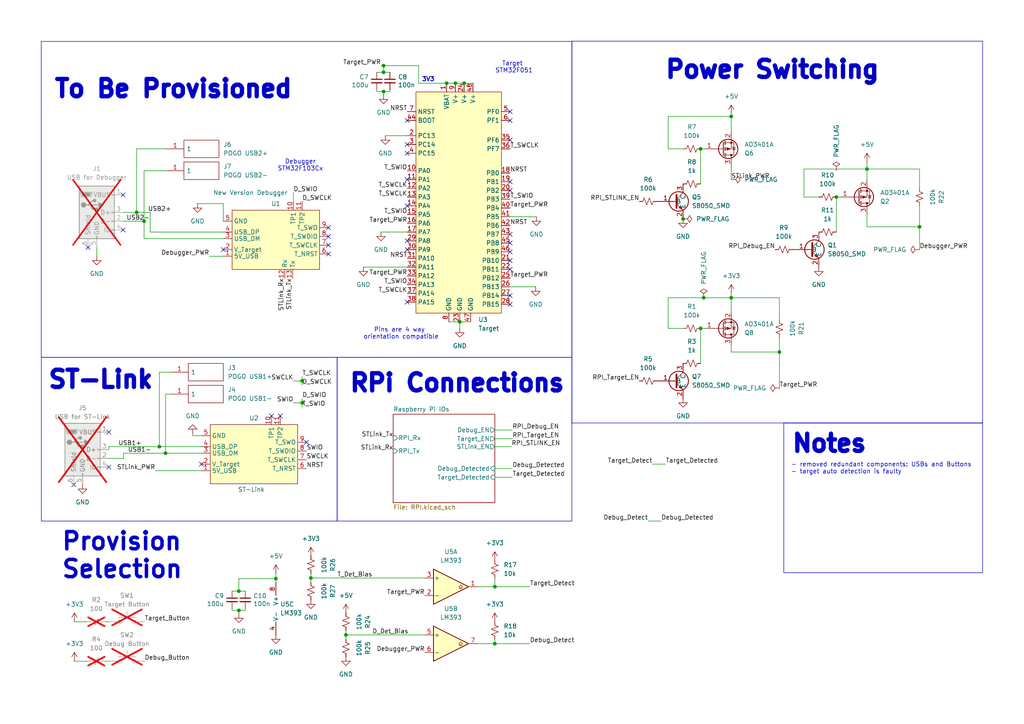
<source format=kicad_sch>
(kicad_sch (version 20231120) (generator "eeschema") (generator_version "8.0")
  (paper "A4")
  (title_block (title "Provisioning Jig") (date "2025-01-05") (rev "3.1") (company "University of Cape Town") (comment 1 "Author: Jesse Jabez Arendse"))
  (lib_symbols
    (symbol "Comparator:LM393" (pin_names (offset 0.127))
      (property "Reference" "U" (at 3.81 3.81 0))
      (property "Value" "LM393" (at 6.35 -3.81 0))
      (symbol "LM393_1_1"
        (pin open_collector line (at 7.62 0 180) (length 2.54) (name "~") (number "1"))
        (pin input line (at -7.62 -2.54 0) (length 2.54) (name "-") (number "2"))
        (pin input line (at -7.62 2.54 0) (length 2.54) (name "+") (number "3"))
      )
      (symbol "LM393_2_1"
        (pin input line (at -7.62 2.54 0) (length 2.54) (name "+") (number "5"))
        (pin input line (at -7.62 -2.54 0) (length 2.54) (name "-") (number "6"))
        (pin open_collector line (at 7.62 0 180) (length 2.54) (name "~") (number "7"))
      )
      (symbol "LM393_3_1"
        (pin power_in line (at -2.54 -7.62 90) (length 3.81) (name "V-") (number "4"))
        (pin power_in line (at -2.54 7.62 270) (length 3.81) (name "V+") (number "8"))
      )
    )
    (symbol "Connector:USB_B_Micro" (pin_names (offset 1.016))
      (property "Reference" "J" (at -5.08 11.43 0))
      (property "Value" "USB_B_Micro" (at -5.08 8.89 0))
      (symbol "USB_B_Micro_1_1"
        (pin power_out line (at 7.62 5.08 180) (length 2.54) (name "VBUS") (number "1"))
        (pin bidirectional line (at 7.62 -2.54 180) (length 2.54) (name "D-") (number "2"))
        (pin bidirectional line (at 7.62 0 180) (length 2.54) (name "D+") (number "3"))
        (pin passive line (at 7.62 -5.08 180) (length 2.54) (name "ID") (number "4"))
        (pin power_out line (at 0 -10.16 90) (length 2.54) (name "GND") (number "5"))
        (pin passive line (at -2.54 -10.16 90) (length 2.54) (name "Shield") (number "6"))
      )
    )
    (symbol "Device:C_Small" (pin_numbers hide) (pin_names (offset 0.254) hide)
      (property "Reference" "C" (at 0.254 1.778 0))
      (property "Value" "C_Small" (at 0.254 -2.032 0))
      (symbol "C_Small_1_1"
        (pin passive line (at 0 2.54 270) (length 2.032) (name "~") (number "1"))
        (pin passive line (at 0 -2.54 90) (length 2.032) (name "~") (number "2"))
      )
    )
    (symbol "Device:R_Small_US" (pin_numbers hide) (pin_names (offset 0.254) hide)
      (property "Reference" "R" (at 0.762 0.508 0))
      (property "Value" "R_Small_US" (at 0.762 -1.016 0))
      (symbol "R_Small_US_1_1"
        (pin passive line (at 0 2.54 270) (length 1.016) (name "~") (number "1"))
        (pin passive line (at 0 -2.54 90) (length 1.016) (name "~") (number "2"))
      )
    )
    (symbol "STLINK_UCT_1"
      (property "Reference" "U1" (at 6.35 3.175 0))
      (property "Value" "New Version Debugger" (at -1.016 6.35 0))
      (symbol "STLINK_UCT_1_1_1"
        (pin power_in line (at -8.89 -12.065 0) (length 2.54) (name "5V_USB") (number "1"))
        (pin bidirectional line (at 11.43 3.81 270) (length 2.54) (name "TP1") (number "10"))
        (pin bidirectional line (at 13.97 3.81 270) (length 2.54) (name "TP2") (number "11"))
        (pin bidirectional line (at 8.9475 -18.4988 90) (length 2.54) (name "Rx") (number "12"))
        (pin bidirectional line (at 11.2129 -18.4915 90) (length 2.54) (name "Tx") (number "13"))
        (pin power_in line (at -8.89 -10.16 0) (length 2.54) (name "V_Target") (number "2"))
        (pin bidirectional line (at -8.89 -6.985 0) (length 2.54) (name "USB_DM") (number "3"))
        (pin bidirectional line (at -8.89 -5.08 0) (length 2.54) (name "USB_DP") (number "4"))
        (pin power_in line (at -8.89 -1.905 0) (length 2.54) (name "GND") (number "5"))
        (pin bidirectional line (at 21.59 -11.43 180) (length 2.54) (name "T_NRST") (number "6"))
        (pin bidirectional line (at 21.59 -8.89 180) (length 2.54) (name "T_SWCLK") (number "7"))
        (pin bidirectional line (at 21.59 -6.35 180) (length 2.54) (name "T_SWDIO") (number "8"))
        (pin bidirectional line (at 21.59 -3.81 180) (length 2.54) (name "T_SWO") (number "9"))
      )
    )
    (symbol "STLINK_UCT_2"
      (property "Reference" "U4" (at 6.35 3.175 0))
      (property "Value" "Old Version Debugger" (at -1.016 6.35 0))
      (symbol "STLINK_UCT_2_1_1"
        (pin power_in line (at -8.89 -12.065 0) (length 2.54) (name "5V_USB") (number "1"))
        (pin bidirectional line (at 11.43 3.81 270) (length 2.54) (name "TP1") (number "10"))
        (pin bidirectional line (at 13.97 3.81 270) (length 2.54) (name "TP2") (number "11"))
        (pin power_in line (at -8.89 -10.16 0) (length 2.54) (name "V_Target") (number "2"))
        (pin bidirectional line (at -8.89 -6.985 0) (length 2.54) (name "USB_DM") (number "3"))
        (pin bidirectional line (at -8.89 -5.08 0) (length 2.54) (name "USB_DP") (number "4"))
        (pin power_in line (at -8.89 -1.905 0) (length 2.54) (name "GND") (number "5"))
        (pin bidirectional line (at 21.59 -11.43 180) (length 2.54) (name "T_NRST") (number "6"))
        (pin bidirectional line (at 21.59 -8.89 180) (length 2.54) (name "T_SWCLK") (number "7"))
        (pin bidirectional line (at 21.59 -6.35 180) (length 2.54) (name "T_SWDIO") (number "8"))
        (pin bidirectional line (at 21.59 -3.81 180) (length 2.54) (name "T_SWO") (number "9"))
      )
    )
    (symbol "SamacSys_Parts:P70-2200045" (pin_names (offset 0.762))
      (property "Reference" "J" (at 16.51 7.62 0))
      (property "Value" "P70-2200045" (at 16.51 5.08 0))
      (symbol "P70-2200045_0_0"
        (pin passive line (at 0 0 0) (length 5.08) (name "1") (number "1"))
      )
    )
    (symbol "Switch:SW_MEC_5G" (pin_numbers hide) (pin_names (offset 1.016) hide)
      (property "Reference" "SW" (at 1.27 2.54 0))
      (property "Value" "SW_MEC_5G" (at 0 -1.524 0))
      (symbol "SW_MEC_5G_0_1"
        (pin passive line (at -5.08 0 0) (length 2.54) (name "A") (number "1"))
        (pin passive line (at 5.08 0 180) (length 2.54) (name "B") (number "3"))
      )
      (symbol "SW_MEC_5G_1_1"
        (pin passive line (at -5.08 0 0) (length 2.54) hide (name "A") (number "2"))
        (pin passive line (at 5.08 0 180) (length 2.54) hide (name "B") (number "4"))
      )
    )
    (symbol "Transistor_FET:AO3401A" (pin_names hide)
      (property "Reference" "Q" (at 5.08 1.905 0))
      (property "Value" "AO3401A" (at 5.08 0 0))
      (symbol "AO3401A_1_1"
        (pin input line (at -5.08 0 0) (length 2.54) (name "G") (number "1"))
        (pin passive line (at 2.54 -5.08 90) (length 2.54) (name "S") (number "2"))
        (pin passive line (at 2.54 5.08 270) (length 2.54) (name "D") (number "3"))
      )
    )
    (symbol "UCT:S8050_SMD"
      (property "Reference" "Q" (at -11.3284 6.2484 0))
      (property "Value" "S8050_SMD" (at -6.4008 4.1656 0))
      (symbol "S8050_SMD_1_1"
        (pin input line (at -6.35 0 0) (length 5.08) (name "B") (number "1"))
        (pin passive line (at 1.27 -5.08 90) (length 2.54) (name "E") (number "2"))
        (pin passive line (at 1.27 5.08 270) (length 2.54) (name "C") (number "3"))
      )
    )
    (symbol "UCT:STM32F051C6TG6_Target"
      (property "Reference" "U" (at -11.43 32.385 0))
      (symbol "STM32F051C6TG6_Target_1_1"
        (pin power_in line (at -3.81 33.02 270) (length 2.54) (name "VBAT") (number "1"))
        (pin bidirectional line (at -15.24 7.62 0) (length 2.54) (name "PA0") (number "10"))
        (pin bidirectional line (at -15.24 5.08 0) (length 2.54) (name "PA1") (number "11"))
        (pin bidirectional line (at -15.24 2.54 0) (length 2.54) (name "PA2") (number "12"))
        (pin bidirectional line (at -15.24 0 0) (length 2.54) (name "PA3") (number "13"))
        (pin bidirectional line (at -15.24 -2.54 0) (length 2.54) (name "PA4") (number "14"))
        (pin bidirectional line (at -15.24 -5.08 0) (length 2.54) (name "PA5") (number "15"))
        (pin bidirectional line (at -15.24 -7.62 0) (length 2.54) (name "PA6") (number "16"))
        (pin bidirectional line (at -15.24 -10.16 0) (length 2.54) (name "PA7") (number "17"))
        (pin bidirectional line (at 14.605 6.985 180) (length 2.54) (name "PB0") (number "18"))
        (pin bidirectional line (at 14.605 4.445 180) (length 2.54) (name "PB1") (number "19"))
        (pin bidirectional line (at -15.24 17.78 0) (length 2.54) (name "PC13") (number "2"))
        (pin bidirectional line (at 14.605 1.905 180) (length 2.54) (name "PB2") (number "20"))
        (pin bidirectional line (at 14.605 -18.415 180) (length 2.54) (name "PB10") (number "21"))
        (pin bidirectional line (at 14.605 -20.955 180) (length 2.54) (name "PB11") (number "22"))
        (pin power_in line (at 0 -36.195 90) (length 2.54) (name "GND") (number "23"))
        (pin power_in line (at 1.27 33.02 270) (length 2.54) (name "V+") (number "24"))
        (pin bidirectional line (at 14.605 -23.495 180) (length 2.54) (name "PB12") (number "25"))
        (pin bidirectional line (at 14.605 -26.035 180) (length 2.54) (name "PB13") (number "26"))
        (pin bidirectional line (at 14.605 -28.575 180) (length 2.54) (name "PB14") (number "27"))
        (pin bidirectional line (at 14.605 -31.115 180) (length 2.54) (name "PB15") (number "28"))
        (pin bidirectional line (at -15.24 -12.7 0) (length 2.54) (name "PA8") (number "29"))
        (pin bidirectional line (at -15.24 15.24 0) (length 2.54) (name "PC14") (number "3"))
        (pin bidirectional line (at -15.24 -15.24 0) (length 2.54) (name "PA9") (number "30"))
        (pin bidirectional line (at -15.24 -17.78 0) (length 2.54) (name "PA10") (number "31"))
        (pin bidirectional line (at -15.24 -20.32 0) (length 2.54) (name "PA11") (number "32"))
        (pin bidirectional line (at -15.24 -22.86 0) (length 2.54) (name "PA12") (number "33"))
        (pin bidirectional line (at -15.24 -25.4 0) (length 2.54) (name "PA13") (number "34"))
        (pin bidirectional line (at 14.605 16.51 180) (length 2.54) (name "PF6") (number "35"))
        (pin bidirectional line (at 14.605 13.97 180) (length 2.54) (name "PF7") (number "36"))
        (pin bidirectional line (at -15.24 -27.94 0) (length 2.54) (name "PA14") (number "37"))
        (pin bidirectional line (at -15.24 -30.48 0) (length 2.54) (name "PA15") (number "38"))
        (pin bidirectional line (at 14.605 -0.635 180) (length 2.54) (name "PB3") (number "39"))
        (pin bidirectional line (at -15.24 12.7 0) (length 2.54) (name "PC15") (number "4"))
        (pin bidirectional line (at 14.605 -3.175 180) (length 2.54) (name "PB4") (number "40"))
        (pin bidirectional line (at 14.605 -5.715 180) (length 2.54) (name "PB5") (number "41"))
        (pin bidirectional line (at 14.605 -8.255 180) (length 2.54) (name "PB6") (number "42"))
        (pin bidirectional line (at 14.605 -10.795 180) (length 2.54) (name "PB7") (number "43"))
        (pin input line (at -15.24 22.225 0) (length 2.54) (name "BOOT") (number "44"))
        (pin bidirectional line (at 14.605 -13.335 180) (length 2.54) (name "PB8") (number "45"))
        (pin bidirectional line (at 14.605 -15.875 180) (length 2.54) (name "PB9") (number "46"))
        (pin power_in line (at 3.175 -36.195 90) (length 2.54) (name "GND") (number "47"))
        (pin power_in line (at 3.81 33.02 270) (length 2.54) (name "V+") (number "48"))
        (pin bidirectional line (at 14.605 24.765 180) (length 2.54) (name "PF0") (number "5"))
        (pin bidirectional line (at 14.605 22.225 180) (length 2.54) (name "PF1") (number "6"))
        (pin input line (at -15.24 24.765 0) (length 2.54) (name "NRST") (number "7"))
        (pin power_in line (at -3.175 -36.195 90) (length 2.54) (name "GND") (number "8"))
        (pin power_in line (at -1.27 33.02 270) (length 2.54) (name "V+") (number "9"))
      )
    )
    (symbol "power:+3V3" (power) (pin_numbers hide) (pin_names (offset 0) hide)
      (property "Value" "+3V3" (at 0 3.556 0))
      (symbol "+3V3_1_1"
        (pin power_in line (at 0 0 90) (length 0) (name "~") (number "1"))
      )
    )
    (symbol "power:+5V" (power) (pin_numbers hide) (pin_names (offset 0) hide)
      (property "Value" "+5V" (at 0 3.556 0))
      (symbol "+5V_1_1"
        (pin power_in line (at 0 0 90) (length 0) (name "~") (number "1"))
      )
    )
    (symbol "power:GND" (power) (pin_numbers hide) (pin_names (offset 0) hide)
      (property "Value" "GND" (at 0 -3.81 0))
      (symbol "GND_1_1"
        (pin power_in line (at 0 0 270) (length 0) (name "~") (number "1"))
      )
    )
    (symbol "power:PWR_FLAG" (power) (pin_numbers hide) (pin_names (offset 0) hide)
      (property "Value" "PWR_FLAG" (at 0 3.81 0))
      (symbol "PWR_FLAG_0_0"
        (pin power_out line (at 0 0 90) (length 0) (name "~") (number "1"))
      )
    )
  )
  (junction (at 87.63 116.84))
  (junction (at 143.5353 170.18))
  (junction (at 111.2489 19.05))
  (junction (at 100.33 184.15))
  (junction (at 212.09 86.36))
  (junction (at 203.2 43.18))
  (junction (at 242.57 57.15))
  (junction (at 134.62 24.13))
  (junction (at 111.2519 26.5555))
  (junction (at 133.35 93.345))
  (junction (at 251.46 49.022))
  (junction (at 266.7 65.786))
  (junction (at 132.08 24.13))
  (junction (at 111.2489 20.9675))
  (junction (at 87.63 110.49))
  (junction (at 143.51 186.69))
  (junction (at 69.2779 171.45))
  (junction (at 226.06 102.108))
  (junction (at 90.17 167.64))
  (junction (at 204.0964 86.36))
  (junction (at 203.2 95.25))
  (junction (at 46.228 129.54))
  (junction (at 69.2809 177.038))
  (junction (at 212.09 33.782))
  (junction (at 198.12 63.5))
  (junction (at 129.54 24.13))
  (junction (at 48.006 131.445))
  (junction (at 80.01 167.8241))
  (junction (at 41.7867 64.1454))
  (junction (at 39.624 61.6054))
  (no_connect (at 88.9 128.27))
  (no_connect (at 118.11 41.91))
  (no_connect (at 147.955 55.245))
  (no_connect (at 147.955 75.565))
  (no_connect (at 118.11 87.63))
  (no_connect (at 147.955 32.385))
  (no_connect (at 118.11 59.69))
  (no_connect (at 147.955 88.265))
  (no_connect (at 35.6907 56.5254))
  (no_connect (at 81.28 120.65))
  (no_connect (at 147.955 34.925))
  (no_connect (at 147.955 70.485))
  (no_connect (at 118.11 69.85))
  (no_connect (at 25.5307 71.7654))
  (no_connect (at 147.955 52.705))
  (no_connect (at 147.955 73.025))
  (no_connect (at 147.955 78.105))
  (no_connect (at 58.42 134.62))
  (no_connect (at 95.25 66.04))
  (no_connect (at 147.955 67.945))
  (no_connect (at 95.25 73.66))
  (no_connect (at 118.11 44.45))
  (no_connect (at 31.5594 125.3318))
  (no_connect (at 95.25 71.12))
  (no_connect (at 78.74 120.65))
  (no_connect (at 147.955 40.64))
  (no_connect (at 95.25 68.58))
  (no_connect (at 21.3994 140.5718))
  (no_connect (at 147.955 85.725))
  (no_connect (at 118.11 52.07))
  (no_connect (at 31.5594 135.4918))
  (no_connect (at 35.6907 66.6854))
  (no_connect (at 118.11 34.925))
  (no_connect (at 118.11 72.39))
  (no_connect (at 64.77 72.39))
  (wire (pts (xy 71.12 177.038) (xy 69.2809 177.038)))
  (wire (pts (xy 155.3677 83.185) (xy 147.955 83.185)))
  (wire (pts (xy 143.5353 167.64) (xy 143.51 167.64)))
  (wire (pts (xy 55.6799 136.5125) (xy 55.6799 136.525)))
  (wire (pts (xy 193.802 33.782) (xy 212.09 33.782)))
  (wire (pts (xy 105.41 77.47) (xy 118.11 77.47)))
  (wire (pts (xy 148.336 129.54) (xy 143.51 129.54)))
  (wire (pts (xy 193.04 134.62) (xy 189.23 134.62)))
  (wire (pts (xy 69.2809 177.038) (xy 69.2809 178.0309)))
  (wire (pts (xy 111.2489 19.05) (xy 111.2489 20.9675)))
  (wire (pts (xy 109.281 20.9675) (xy 111.2489 20.9675)))
  (wire (pts (xy 226.06 102.108) (xy 226.06 112.5569)))
  (wire (pts (xy 155.586 62.883) (xy 153.416 62.883)))
  (wire (pts (xy 100.33 182.88) (xy 100.33 184.15)))
  (wire (pts (xy 212.09 52.07) (xy 212.09 48.26)))
  (wire (pts (xy 45.0498 136.5125) (xy 55.6799 136.5125)))
  (wire (pts (xy 100.33 184.15) (xy 123.19 184.15)))
  (wire (pts (xy 85.09 116.84) (xy 87.63 116.84)))
  (wire (pts (xy 69.2779 167.8241) (xy 69.2779 171.45)))
  (wire (pts (xy 148.59 135.89) (xy 143.51 135.89)))
  (wire (pts (xy 212.09 100.33) (xy 212.09 102.108)))
  (wire (pts (xy 226.06 92.71) (xy 226.06 86.36)))
  (wire (pts (xy 212.09 33.02) (xy 212.09 33.782)))
  (wire (pts (xy 212.09 86.36) (xy 212.09 90.17)))
  (wire (pts (xy 87.63 116.84) (xy 87.63 118.11)))
  (wire (pts (xy 233.172 49.022) (xy 251.46 49.022)))
  (wire (pts (xy 31.5594 129.794) (xy 31.5594 130.4118)))
  (wire (pts (xy 203.2 53.34) (xy 203.2 43.18)))
  (wire (pts (xy 203.2 95.25) (xy 204.47 95.25)))
  (wire (pts (xy 69.2779 171.45) (xy 71.12 171.45)))
  (wire (pts (xy 133.35 93.345) (xy 136.525 93.345)))
  (wire (pts (xy 71.12 176.53) (xy 71.12 177.038)))
  (wire (pts (xy 55.88 125.73) (xy 55.88 126.365)))
  (wire (pts (xy 39.624 61.6054) (xy 43.5647 61.6054)))
  (wire (pts (xy 46.228 129.54) (xy 58.42 129.54)))
  (wire (pts (xy 226.06 102.108) (xy 212.09 102.108)))
  (wire (pts (xy 155.3677 83.2107) (xy 155.3677 83.185)))
  (wire (pts (xy 31.5616 129.794) (xy 31.5594 129.794)))
  (wire (pts (xy 153.416 62.865) (xy 147.955 62.865)))
  (wire (pts (xy 143.51 186.69) (xy 153.67 186.69)))
  (wire (pts (xy 133.35 93.345) (xy 133.35 95.25)))
  (wire (pts (xy 251.46 49.022) (xy 251.46 52.07)))
  (wire (pts (xy 69.2809 177.038) (xy 67.31 177.038)))
  (wire (pts (xy 153.416 62.883) (xy 153.416 62.865)))
  (wire (pts (xy 87.63 110.49) (xy 87.63 109.22)))
  (wire (pts (xy 31.5616 129.54) (xy 31.5616 129.794)))
  (wire (pts (xy 193.802 86.36) (xy 193.802 95.25)))
  (wire (pts (xy 266.7 65.786) (xy 251.46 65.786)))
  (wire (pts (xy 129.54 24.13) (xy 132.08 24.13)))
  (wire (pts (xy 113.091 26.5555) (xy 111.2519 26.5555)))
  (wire (pts (xy 30.48 180.34) (xy 31.75 180.34)))
  (wire (pts (xy 67.31 177.038) (xy 67.31 176.53)))
  (wire (pts (xy 90.17 167.64) (xy 90.17 168.91)))
  (wire (pts (xy 90.17 167.64) (xy 123.19 167.64)))
  (wire (pts (xy 100.33 184.15) (xy 100.33 185.42)))
  (wire (pts (xy 212.09 85.09) (xy 212.09 86.36)))
  (wire (pts (xy 35.8576 131.445) (xy 48.006 131.445)))
  (wire (pts (xy 46.228 107.95) (xy 46.228 129.54)))
  (wire (pts (xy 64.77 67.31) (xy 43.5647 67.31)))
  (wire (pts (xy 80.01 166.37) (xy 80.01 167.8241)))
  (wire (pts (xy 31.5616 129.54) (xy 46.228 129.54)))
  (wire (pts (xy 193.802 33.782) (xy 193.802 43.18)))
  (wire (pts (xy 251.46 65.786) (xy 251.46 62.23)))
  (wire (pts (xy 28.0707 74.3054) (xy 28.0707 71.7654)))
  (wire (pts (xy 138.43 186.69) (xy 143.51 186.69)))
  (wire (pts (xy 48.006 114.3) (xy 48.006 131.445)))
  (wire (pts (xy 153.67 170.18) (xy 143.5353 170.18)))
  (wire (pts (xy 130.175 93.345) (xy 133.35 93.345)))
  (wire (pts (xy 30.48 191.77) (xy 31.75 191.77)))
  (wire (pts (xy 233.172 57.15) (xy 237.49 57.15)))
  (wire (pts (xy 64.77 74.3145) (xy 60.7104 74.3145)))
  (wire (pts (xy 48.26 43.18) (xy 39.624 43.18)))
  (wire (pts (xy 85.09 55.88) (xy 85.09 58.42)))
  (wire (pts (xy 35.8576 132.9518) (xy 31.5594 132.9518)))
  (wire (pts (xy 109.281 26.5555) (xy 109.281 26.0475)))
  (wire (pts (xy 35.6907 64.1454) (xy 41.7867 64.1454)))
  (wire (pts (xy 49.53 114.3) (xy 48.006 114.3)))
  (wire (pts (xy 203.2 105.41) (xy 203.2 95.25)))
  (wire (pts (xy 111.2489 19.05) (xy 121.412 19.05)))
  (wire (pts (xy 21.59 191.77) (xy 25.4 191.77)))
  (wire (pts (xy 233.172 49.022) (xy 233.172 57.15)))
  (wire (pts (xy 49.53 107.95) (xy 46.228 107.95)))
  (wire (pts (xy 80.01 167.8241) (xy 80.01 168.91)))
  (wire (pts (xy 39.624 43.18) (xy 39.624 61.6054)))
  (wire (pts (xy 43.5647 67.31) (xy 43.5647 61.6054)))
  (wire (pts (xy 55.6799 136.525) (xy 58.42 136.525)))
  (wire (pts (xy 134.62 24.13) (xy 137.16 24.13)))
  (wire (pts (xy 55.88 126.365) (xy 58.42 126.365)))
  (wire (pts (xy 57.2807 59.0654) (xy 64.77 59.0654)))
  (wire (pts (xy 242.57 67.31) (xy 242.57 57.15)))
  (wire (pts (xy 148.59 124.714) (xy 143.51 124.714)))
  (wire (pts (xy 143.5353 170.18) (xy 138.43 170.18)))
  (wire (pts (xy 148.59 138.43) (xy 143.51 138.43)))
  (wire (pts (xy 111.76 39.37) (xy 118.11 39.37)))
  (wire (pts (xy 242.57 57.15) (xy 243.84 57.15)))
  (wire (pts (xy 48.26 49.53) (xy 41.7867 49.53)))
  (wire (pts (xy 132.08 24.13) (xy 134.62 24.13)))
  (wire (pts (xy 35.6907 61.6054) (xy 39.624 61.6054)))
  (wire (pts (xy 266.7 72.39) (xy 266.7 65.786)))
  (wire (pts (xy 113.091 26.0475) (xy 113.091 26.5555)))
  (wire (pts (xy 64.77 59.0654) (xy 64.77 64.135)))
  (wire (pts (xy 193.802 43.18) (xy 198.12 43.18)))
  (wire (pts (xy 148.59 127.254) (xy 143.51 127.254)))
  (wire (pts (xy 266.7 49.022) (xy 251.46 49.022)))
  (wire (pts (xy 266.7 59.69) (xy 266.7 65.786)))
  (wire (pts (xy 251.46 46.99) (xy 251.46 49.022)))
  (wire (pts (xy 226.06 97.79) (xy 226.06 102.108)))
  (wire (pts (xy 87.63 110.49) (xy 87.63 111.76)))
  (wire (pts (xy 143.5353 170.18) (xy 143.5353 167.64)))
  (wire (pts (xy 187.96 151.13) (xy 191.77 151.13)))
  (wire (pts (xy 121.412 19.05) (xy 121.412 24.13)))
  (wire (pts (xy 41.7867 69.215) (xy 41.7867 64.1454)))
  (wire (pts (xy 203.2 43.18) (xy 204.47 43.18)))
  (wire (pts (xy 64.77 69.215) (xy 41.7867 69.215)))
  (wire (pts (xy 111.2519 26.5555) (xy 111.2519 27.5484)))
  (wire (pts (xy 90.17 166.37) (xy 90.17 167.64)))
  (wire (pts (xy 212.09 33.782) (xy 212.09 38.1)))
  (wire (pts (xy 67.31 171.45) (xy 69.2779 171.45)))
  (wire (pts (xy 87.63 116.84) (xy 87.63 115.57)))
  (wire (pts (xy 111.2519 26.5555) (xy 109.281 26.5555)))
  (wire (pts (xy 110.49 19.05) (xy 111.2489 19.05)))
  (wire (pts (xy 111.2489 20.9675) (xy 113.091 20.9675)))
  (wire (pts (xy 143.51 186.69) (xy 143.51 185.42)))
  (wire (pts (xy 64.77 74.295) (xy 64.77 74.3145)))
  (wire (pts (xy 69.2779 167.8241) (xy 80.01 167.8241)))
  (wire (pts (xy 193.802 95.25) (xy 198.12 95.25)))
  (wire (pts (xy 35.8576 131.445) (xy 35.8576 132.9518)))
  (wire (pts (xy 266.7 54.61) (xy 266.7 49.022)))
  (wire (pts (xy 121.412 24.13) (xy 129.54 24.13)))
  (wire (pts (xy 58.42 131.445) (xy 48.006 131.445)))
  (wire (pts (xy 21.59 180.34) (xy 25.4 180.34)))
  (wire (pts (xy 204.0964 86.36) (xy 212.09 86.36)))
  (wire (pts (xy 85.09 110.49) (xy 87.63 110.49)))
  (wire (pts (xy 193.802 86.36) (xy 204.0964 86.36)))
  (wire (pts (xy 41.7867 49.53) (xy 41.7867 64.1454)))
  (wire (pts (xy 110.49 67.31) (xy 118.11 67.31)))
  (wire (pts (xy 226.06 86.36) (xy 212.09 86.36)))
  (rectangle (start 11.9672 12.0155) (end 165.862 103.632))
  (rectangle (start 12.0014 103.632) (end 97.79 151.13))
  (rectangle (start 97.79 103.632) (end 165.862 151.13))
  (rectangle (start 227.33 122.682) (end 284.988 166.116))
  (rectangle (start 165.862 11.938) (end 284.988 122.682))
  (text "Target \nSTM32F051" (at 149.098 19.558 0) (effects (font (size 1.27 1.27))))
  (text "- removed redundant components: USBs and Buttons\n- target auto detection is faulty" (at 229.362 134.112 0) (effects (font (size 1.27 1.27)) (justify left top)))
  (text "Power Switching" (at 224.028 20.32 0) (effects (font (size 5 5) (thickness 2) (bold yes))))
  (text "Debugger\nSTM32F103Cx" (at 87.122 48.006 0) (effects (font (size 1.27 1.27))))
  (text "ST-Link" (at 29.21 110.236 0) (effects (font (size 5 5) (thickness 2) (bold yes))))
  (text "Notes" (at 240.538 128.778 0) (effects (font (size 5 5) (thickness 2) (bold yes))))
  (text "RPi Connections" (at 132.588 111.252 0) (effects (font (size 5 5) (thickness 2) (bold yes))))
  (text "To Be Provisioned\n" (at 50.292 25.908 0) (effects (font (size 5 5) (thickness 2) (bold yes))))
  (text "Pins are 4 way \norientation compatible" (at 116.332 96.774 0) (effects (font (size 1.27 1.27))))
  (text "Provision \nSelection" (at 17.526 168.148 0) (effects (font (size 5 5) (bold yes)) (justify left bottom)))
  (text "3V3" (at 124.206 23.114 0) (effects (font (size 1.27 1.27) (bold yes))))
  (label "T_Det_Bias" (at 97.79 167.64 0))
  (label "D_SWCLK" (at 87.63 58.42 0))
  (label "STLink_PWR" (at 45.0498 136.5125 180))
  (label "NRST" (at 147.955 65.405 0))
  (label "Target_PWR" (at 123.19 172.72 180))
  (label "STLink_Tx" (at 114.046 127 180))
  (label "T_SWIO" (at 118.11 49.53 180))
  (label "Target_Button" (at 41.91 180.34 0))
  (label "Target_PWR" (at 147.955 60.325 0))
  (label "USB1-" (at 37.0706 131.445 0))
  (label "Target_PWR" (at 118.11 80.01 180))
  (label "RPI_STLINK_EN" (at 185.42 58.42 180))
  (label "Debug_Detected" (at 148.59 135.89 0))
  (label "USB2+" (at 42.89 61.6054 0))
  (label "T_SWIO" (at 118.11 82.55 180))
  (label "RPI_STLINK_EN" (at 148.336 129.54 0))
  (label "D_SWCLK" (at 87.63 111.76 0))
  (label "D_SWIO" (at 87.63 115.57 0))
  (label "Debug_Detect" (at 187.96 151.13 180))
  (label "USB1+" (at 34.29 129.54 0))
  (label "NRST" (at 118.11 32.385 180))
  (label "D_Det_Bias" (at 107.95 184.15 0))
  (label "Target_Detect" (at 153.67 170.18 0))
  (label "Debug_Button" (at 41.91 191.77 0))
  (label "Debugger_PWR" (at 123.19 189.23 180))
  (label "Target_PWR" (at 110.49 19.05 180))
  (label "Target_PWR" (at 147.955 80.645 0))
  (label "NRST" (at 88.9 135.89 0))
  (label "NRST" (at 118.11 74.93 180))
  (label "SWCLK" (at 85.09 110.49 180))
  (label "STLink_Rx" (at 82.6075 80.7288 270))
  (label "USB2-" (at 36.6525 64.1454 0))
  (label "RPI_Debug_EN" (at 148.59 124.714 0))
  (label "T_SWCLK" (at 118.11 85.09 180))
  (label "STLink_Tx" (at 84.8729 80.7215 270))
  (label "T_SWCLK" (at 118.11 54.61 180))
  (label "NRST" (at 147.955 50.165 0))
  (label "Debug_Detect" (at 153.67 186.69 0))
  (label "SWCLK" (at 88.9 133.35 0))
  (label "D_SWIO" (at 85.09 55.88 0))
  (label "Debugger_PWR" (at 60.7104 74.3145 180))
  (label "Debugger_PWR" (at 266.7 72.39 0))
  (label "Target_PWR" (at 226.06 112.5569 0))
  (label "SWIO" (at 85.09 116.84 180))
  (label "RPI_Target_EN" (at 148.59 127.254 0))
  (label "STLink_PWR" (at 212.09 52.07 0))
  (label "Debug_Detected" (at 191.77 151.13 0))
  (label "Target_Detected" (at 193.04 134.62 0))
  (label "Target_Detected" (at 148.59 138.43 0))
  (label "Target_PWR" (at 118.11 64.77 180))
  (label "T_SWCLK" (at 87.63 109.22 0))
  (label "RPI_Debug_EN" (at 224.79 72.39 180))
  (label "T_SWIO" (at 118.11 62.23 180))
  (label "T_SWCLK" (at 118.11 57.15 180))
  (label "Target_Detect" (at 189.23 134.62 180))
  (label "SWIO" (at 88.9 130.81 0))
  (label "T_SWIO" (at 87.63 118.11 0))
  (label "STLink_Rx" (at 114.046 130.81 180))
  (label "RPI_Target_EN" (at 185.42 110.49 180))
  (label "T_SWIO" (at 147.955 57.785 0))
  (label "T_SWCLK" (at 147.955 43.18 0))
  (symbol (lib_id "power:GND") (at 105.41 77.47 0) (unit 1)
    (property "Reference" "#PWR039" (effects (hide yes)))
    (property "Value" "GND" (at 105.41 82.55 0))
    (property "Description" "Power symbol creates a global label with name \"GND\" , ground" (effects (hide yes)))
  )
  (symbol (lib_id "power:GND") (at 69.2809 178.0309 0) (unit 1)
    (property "Reference" "#PWR031" (effects (hide yes)))
    (property "Value" "GND" (at 69.2809 183.1109 0))
    (property "Description" "Power symbol creates a global label with name \"GND\" , ground" (effects (hide yes)))
  )
  (symbol (lib_id "Device:R_Small_US") (at 27.94 180.34 90) (unit 1) (in_bom no) (on_board no) (dnp yes)
    (property "Reference" "R2" (at 27.94 173.99 90))
    (property "Value" "100" (at 27.94 176.53 90))
    (property "Footprint" "Resistor_SMD:R_0402_1005Metric" (effects (hide yes)))
    (property "populate" "1" (effects (hide yes)))
    (property "LCSC" "C25076" (effects (hide yes)))
  )
  (symbol (lib_id "power:GND") (at 111.2519 27.5484 0) (unit 1)
    (property "Reference" "#PWR030" (effects (hide yes)))
    (property "Value" "GND" (at 111.2519 32.6284 0))
    (property "Description" "Power symbol creates a global label with name \"GND\" , ground" (effects (hide yes)))
  )
  (symbol (lib_id "Device:C_Small") (at 71.12 173.99 0) (unit 1)
    (property "Reference" "C10" (at 73.4568 172.8216 0) (effects (justify left)))
    (property "Value" "100n" (at 73.4568 175.133 0) (effects (justify left)))
    (property "Footprint" "Capacitor_SMD:C_0402_1005Metric" (effects (hide yes)))
    (property "Extended" "0" (effects (hide yes)))
    (property "LCSC" "C307331" (effects (hide yes)))
    (property "Populate" "1" (effects (hide yes)))
    (property "Price" "0.006" (effects (hide yes)))
  )
  (symbol (lib_id "Comparator:LM393") (at 82.55 176.53 0) (unit 3)
    (property "Reference" "U5" (at 81.28 175.2599 0) (effects (justify left)))
    (property "Value" "LM393" (at 81.28 177.7999 0) (effects (justify left)))
    (property "Footprint" "Package_SO:SOIC-8-1EP_3.9x4.9mm_P1.27mm_EP2.29x3mm" (effects (hide yes)))
    (property "Datasheet" "http://www.ti.com/lit/ds/symlink/lm393.pdf" (effects (hide yes)))
    (property "Description" "Low-Power, Low-Offset Voltage, Dual Comparators, DIP-8/SOIC-8/TO-99-8" (effects (hide yes)))
    (property "LCSC" " C7955" (effects (hide yes)))
  )
  (symbol (lib_id "power:GND") (at 110.49 67.31 0) (unit 1)
    (property "Reference" "#PWR038" (effects (hide yes)))
    (property "Value" "GND" (at 110.49 72.39 0))
    (property "Description" "Power symbol creates a global label with name \"GND\" , ground" (effects (hide yes)))
  )
  (symbol (lib_id "SamacSys_Parts:P70-2200045") (at 49.53 114.3 0) (unit 1)
    (property "Reference" "J4" (at 66.04 113.0299 0) (effects (justify left)))
    (property "Value" "POGO USB1-" (at 66.04 115.5699 0) (effects (justify left)))
    (property "Footprint" "P702200045" (effects (hide yes)))
    (property "Datasheet" "https://cdn.harwin.com/pdfs/P70-220.pdf" (effects (hide yes)))
    (property "Description" "Individual Spring Loaded Contact / Pogo Pin, SMT with location peg or Throughboard mounting, 8.2mm free height" (effects (hide yes)))
    (property "Description_1" "Individual Spring Loaded Contact / Pogo Pin, SMT with location peg or Throughboard mounting, 8.2mm free height" (effects (hide yes)))
    (property "Height" "7.3" (effects (hide yes)))
    (property "Manufacturer_Name" "Harwin" (effects (hide yes)))
    (property "Manufacturer_Part_Number" "P70-2200045" (effects (hide yes)))
    (property "Mouser Part Number" "855-P70-2200045" (effects (hide yes)))
    (property "Mouser Price/Stock" "https://www.mouser.co.uk/ProductDetail/Harwin/P70-2200045?qs=k41KVqW3ymoBGVx637VSuQ%3D%3D" (effects (hide yes)))
  )
  (symbol (lib_id "power:GND") (at 198.12 63.5 0) (unit 1)
    (property "Reference" "#PWR08" (effects (hide yes)))
    (property "Value" "GND" (at 198.12 68.58 0))
    (property "Description" "Power symbol creates a global label with name \"GND\" , ground" (effects (hide yes)))
  )
  (symbol (lib_id "power:GND") (at 133.35 95.25 0) (unit 1)
    (property "Reference" "#PWR06" (effects (hide yes)))
    (property "Value" "GND" (at 133.35 100.33 0))
    (property "Description" "Power symbol creates a global label with name \"GND\" , ground" (effects (hide yes)))
  )
  (symbol (lib_id "Transistor_FET:AO3401A") (at 209.55 95.25 0) (mirror x) (unit 1)
    (property "Reference" "Q8" (at 215.9 96.5201 0) (effects (justify left)))
    (property "Value" "AO3401A" (at 215.9 93.9801 0) (effects (justify left)))
    (property "Footprint" "Package_TO_SOT_SMD:SOT-23" (effects (hide yes)))
    (property "Datasheet" "http://www.aosmd.com/pdfs/datasheet/AO3401A.pdf" (effects (hide yes)))
    (property "Description" "-4.0A Id, -30V Vds, P-Channel MOSFET, SOT-23" (effects (hide yes)))
    (property "LCSC" "C15127" (effects (hide yes)))
  )
  (symbol (lib_id "UCT:S8050_SMD") (at 196.85 110.49 0) (unit 1)
    (property "Reference" "Q7" (at 200.66 109.2199 0) (effects (justify left)))
    (property "Value" "S8050_SMD" (at 200.66 111.7599 0) (effects (justify left)))
    (property "Footprint" "Package_TO_SOT_SMD:SOT-23" (effects (hide yes)))
    (property "Datasheet" "https://datasheet.lcsc.com/lcsc/2303221100_Jiangsu-Changjing-Electronics-Technology-Co---Ltd--SS8050_C2150.pdf" (effects (hide yes)))
    (property "LCSC" "C2146" (effects (hide yes)))
  )
  (symbol (lib_id "Device:R_Small_US") (at 240.03 67.31 90) (unit 1)
    (property "Reference" "R11" (at 240.03 60.96 90))
    (property "Value" "1k" (at 240.03 63.5 90))
    (property "Footprint" "Resistor_SMD:R_0603_1608Metric" (effects (hide yes)))
    (property "Description" "Resistor, small US symbol" (effects (hide yes)))
    (property "LCSC" "C21190" (effects (hide yes)))
  )
  (symbol (lib_id "Connector:USB_B_Micro") (at 23.9394 130.4118 0) (unit 1) (in_bom no) (on_board no) (dnp yes)
    (property "Reference" "J5" (at 23.9394 118.3468 0))
    (property "Value" "USB for ST-Link" (at 23.9394 120.8868 0))
    (property "Footprint" "UCT_REPO:USB_Conn_JLC_LCSC_C404969" (effects (hide yes)))
    (property "Description" "USB Micro Type B connector" (effects (hide yes)))
    (property "LCSC" "C404969" (effects (hide yes)))
  )
  (symbol (lib_id "Device:R_Small_US") (at 200.66 105.41 90) (unit 1)
    (property "Reference" "R3" (at 200.66 99.06 90))
    (property "Value" "1k" (at 200.66 101.6 90))
    (property "Footprint" "Resistor_SMD:R_0603_1608Metric" (effects (hide yes)))
    (property "Description" "Resistor, small US symbol" (effects (hide yes)))
    (property "LCSC" "C21190" (effects (hide yes)))
  )
  (symbol (lib_id "power:+5V") (at 80.01 166.37 0) (unit 1)
    (property "Reference" "#PWR011" (effects (hide yes)))
    (property "Value" "+5V" (at 80.01 161.29 0))
    (property "Description" "Power symbol creates a global label with name \"+5V\"" (effects (hide yes)))
  )
  (symbol (lib_id "Device:R_Small_US") (at 100.33 187.96 0) (unit 1)
    (property "Reference" "R25" (at 106.68 187.96 90))
    (property "Value" "100k" (at 104.14 187.96 90))
    (property "Footprint" "Resistor_SMD:R_1206_3216Metric" (effects (hide yes)))
    (property "Description" "Resistor, small US symbol" (effects (hide yes)))
    (property "LCSC" "C17900" (effects (hide yes)))
  )
  (symbol (lib_id "Connector:USB_B_Micro") (at 28.0707 61.6054 0) (unit 1) (in_bom no) (on_board no) (dnp yes)
    (property "Reference" "J1" (at 28.0707 48.9054 0))
    (property "Value" "USB for Debugger" (at 28.0707 51.4454 0))
    (property "Footprint" "UCT_REPO:USB_Conn_JLC_LCSC_C404969" (effects (hide yes)))
    (property "Description" "USB Micro Type B connector" (effects (hide yes)))
    (property "LCSC" "C404969" (effects (hide yes)))
  )
  (symbol (lib_id "power:GND") (at 198.12 115.57 0) (unit 1)
    (property "Reference" "#PWR012" (effects (hide yes)))
    (property "Value" "GND" (at 198.12 120.65 0))
    (property "Description" "Power symbol creates a global label with name \"GND\" , ground" (effects (hide yes)))
  )
  (symbol (lib_id "power:+3V3") (at 143.51 162.56 0) (unit 1)
    (property "Reference" "#PWR017" (effects (hide yes)))
    (property "Value" "+3V3" (at 143.51 157.48 0))
    (property "Description" "Power symbol creates a global label with name \"+3V3\"" (effects (hide yes)))
  )
  (symbol (lib_id "Device:R_Small_US") (at 227.33 72.39 90) (unit 1)
    (property "Reference" "R9" (at 227.33 66.04 90))
    (property "Value" "100k" (at 227.33 68.58 90))
    (property "Footprint" "Resistor_SMD:R_1206_3216Metric" (effects (hide yes)))
    (property "Description" "Resistor, small US symbol" (effects (hide yes)))
    (property "LCSC" "C17900" (effects (hide yes)))
  )
  (symbol (lib_id "Transistor_FET:AO3401A") (at 248.92 57.15 0) (mirror x) (unit 1)
    (property "Reference" "Q2" (at 255.27 58.4201 0) (effects (justify left)))
    (property "Value" "AO3401A" (at 255.27 55.8801 0) (effects (justify left)))
    (property "Footprint" "Package_TO_SOT_SMD:SOT-23" (effects (hide yes)))
    (property "Datasheet" "http://www.aosmd.com/pdfs/datasheet/AO3401A.pdf" (effects (hide yes)))
    (property "Description" "-4.0A Id, -30V Vds, P-Channel MOSFET, SOT-23" (effects (hide yes)))
    (property "LCSC" "C15127" (effects (hide yes)))
  )
  (symbol (lib_id "SamacSys_Parts:P70-2200045") (at 48.26 43.18 0) (unit 1)
    (property "Reference" "J6" (at 64.77 41.9099 0) (effects (justify left)))
    (property "Value" "POGO USB2+" (at 64.77 44.4499 0) (effects (justify left)))
    (property "Footprint" "P702200045" (effects (hide yes)))
    (property "Datasheet" "https://cdn.harwin.com/pdfs/P70-220.pdf" (effects (hide yes)))
    (property "Description" "Individual Spring Loaded Contact / Pogo Pin, SMT with location peg or Throughboard mounting, 8.2mm free height" (effects (hide yes)))
    (property "Description_1" "Individual Spring Loaded Contact / Pogo Pin, SMT with location peg or Throughboard mounting, 8.2mm free height" (effects (hide yes)))
    (property "Height" "7.3" (effects (hide yes)))
    (property "Manufacturer_Name" "Harwin" (effects (hide yes)))
    (property "Manufacturer_Part_Number" "P70-2200045" (effects (hide yes)))
    (property "Mouser Part Number" "855-P70-2200045" (effects (hide yes)))
    (property "Mouser Price/Stock" "https://www.mouser.co.uk/ProductDetail/Harwin/P70-2200045?qs=k41KVqW3ymoBGVx637VSuQ%3D%3D" (effects (hide yes)))
  )
  (symbol (lib_id "Device:R_Small_US") (at 240.03 57.15 90) (unit 1)
    (property "Reference" "R10" (at 240.03 50.8 90))
    (property "Value" "100k" (at 240.03 53.34 90))
    (property "Footprint" "Resistor_SMD:R_1206_3216Metric" (effects (hide yes)))
    (property "Description" "Resistor, small US symbol" (effects (hide yes)))
    (property "LCSC" "C17900" (effects (hide yes)))
  )
  (symbol (lib_id "power:+3V3") (at 143.51 180.34 0) (unit 1)
    (property "Reference" "#PWR024" (effects (hide yes)))
    (property "Value" "+3V3" (at 143.51 175.26 0))
    (property "Description" "Power symbol creates a global label with name \"+3V3\"" (effects (hide yes)))
  )
  (symbol (lib_id "power:PWR_FLAG") (at 266.7 72.39 90) (mirror x) (unit 1)
    (property "Reference" "#FLG05" (effects (hide yes)))
    (property "Value" "PWR_FLAG" (at 262.89 72.3899 90) (effects (justify left)))
    (property "Description" "Special symbol for telling ERC where power comes from" (effects (hide yes)))
  )
  (symbol (lib_id "SamacSys_Parts:P70-2200045") (at 49.53 107.95 0) (unit 1)
    (property "Reference" "J3" (at 66.04 106.6799 0) (effects (justify left)))
    (property "Value" "POGO USB1+" (at 66.04 109.2199 0) (effects (justify left)))
    (property "Footprint" "P702200045" (effects (hide yes)))
    (property "Datasheet" "https://cdn.harwin.com/pdfs/P70-220.pdf" (effects (hide yes)))
    (property "Description" "Individual Spring Loaded Contact / Pogo Pin, SMT with location peg or Throughboard mounting, 8.2mm free height" (effects (hide yes)))
    (property "Description_1" "Individual Spring Loaded Contact / Pogo Pin, SMT with location peg or Throughboard mounting, 8.2mm free height" (effects (hide yes)))
    (property "Height" "7.3" (effects (hide yes)))
    (property "Manufacturer_Name" "Harwin" (effects (hide yes)))
    (property "Manufacturer_Part_Number" "P70-2200045" (effects (hide yes)))
    (property "Mouser Part Number" "855-P70-2200045" (effects (hide yes)))
    (property "Mouser Price/Stock" "https://www.mouser.co.uk/ProductDetail/Harwin/P70-2200045?qs=k41KVqW3ymoBGVx637VSuQ%3D%3D" (effects (hide yes)))
  )
  (symbol (lib_id "power:GND") (at 155.586 62.883 0) (unit 1)
    (property "Reference" "#PWR035" (effects (hide yes)))
    (property "Value" "GND" (at 155.586 67.963 0))
    (property "Description" "Power symbol creates a global label with name \"GND\" , ground" (effects (hide yes)))
  )
  (symbol (lib_id "Device:C_Small") (at 109.281 23.5075 0) (mirror y) (unit 1)
    (property "Reference" "C7" (at 106.9442 22.3391 0) (effects (justify left)))
    (property "Value" "100u" (at 106.9442 24.6505 0) (effects (justify left)))
    (property "Footprint" "Capacitor_SMD:C_1206_3216Metric" (effects (hide yes)))
    (property "Extended" "0" (effects (hide yes)))
    (property "LCSC" "C15008" (effects (hide yes)))
    (property "Populate" "1" (effects (hide yes)))
    (property "Price" "0.006" (effects (hide yes)))
  )
  (symbol (lib_id "power:GND") (at 80.01 184.15 0) (unit 1)
    (property "Reference" "#PWR016" (effects (hide yes)))
    (property "Value" "GND" (at 80.01 189.23 0))
    (property "Description" "Power symbol creates a global label with name \"GND\" , ground" (effects (hide yes)))
  )
  (symbol (lib_id "Device:R_Small_US") (at 143.51 182.88 180) (unit 1)
    (property "Reference" "R18" (at 146.05 181.6099 0) (effects (justify right)))
    (property "Value" "10k" (at 146.05 184.1499 0) (effects (justify right)))
    (property "Footprint" "Resistor_SMD:R_0805_2012Metric" (effects (hide yes)))
    (property "populate" "1" (effects (hide yes)))
    (property "LCSC" "C17414" (effects (hide yes)))
  )
  (symbol (lib_id "power:+5V") (at 251.46 46.99 0) (unit 1)
    (property "Reference" "#PWR014" (effects (hide yes)))
    (property "Value" "+5V" (at 251.46 41.91 0))
    (property "Description" "Power symbol creates a global label with name \"+5V\"" (effects (hide yes)))
  )
  (symbol (lib_id "power:+3V3") (at 21.59 180.34 0) (unit 1)
    (property "Reference" "#PWR04" (effects (hide yes)))
    (property "Value" "+3V3" (at 21.59 175.26 0))
    (property "Description" "Power symbol creates a global label with name \"+3V3\"" (effects (hide yes)))
  )
  (symbol (lib_id "power:GND") (at 28.0707 74.3054 0) (unit 1)
    (property "Reference" "#PWR01" (effects (hide yes)))
    (property "Value" "GND" (at 28.0707 79.3854 0))
    (property "Description" "Power symbol creates a global label with name \"GND\" , ground" (effects (hide yes)))
  )
  (symbol (lib_id "power:+3V3") (at 212.09 85.09 0) (unit 1)
    (property "Reference" "#PWR07" (effects (hide yes)))
    (property "Value" "+3V3" (at 212.09 80.01 0))
    (property "Description" "Power symbol creates a global label with name \"+3V3\"" (effects (hide yes)))
  )
  (symbol (lib_id "Device:R_Small_US") (at 200.66 43.18 90) (unit 1)
    (property "Reference" "R7" (at 200.66 36.83 90))
    (property "Value" "100k" (at 200.66 39.37 90))
    (property "Footprint" "Resistor_SMD:R_1206_3216Metric" (effects (hide yes)))
    (property "Description" "Resistor, small US symbol" (effects (hide yes)))
    (property "LCSC" "C17900" (effects (hide yes)))
  )
  (symbol (lib_id "power:GND") (at 155.3677 83.2107 0) (unit 1)
    (property "Reference" "#PWR036" (effects (hide yes)))
    (property "Value" "GND" (at 155.3677 88.2907 0))
    (property "Description" "Power symbol creates a global label with name \"GND\" , ground" (effects (hide yes)))
  )
  (symbol (lib_id "Device:R_Small_US") (at 200.66 53.34 90) (unit 1)
    (property "Reference" "R8" (at 200.66 46.99 90))
    (property "Value" "1k" (at 200.66 49.53 90))
    (property "Footprint" "Resistor_SMD:R_0603_1608Metric" (effects (hide yes)))
    (property "Description" "Resistor, small US symbol" (effects (hide yes)))
    (property "LCSC" "C21190" (effects (hide yes)))
  )
  (symbol (lib_id "Switch:SW_MEC_5G") (at 36.83 191.77 0) (unit 1) (in_bom no) (on_board no) (dnp yes)
    (property "Reference" "SW2" (at 36.83 184.15 0))
    (property "Value" "Debug Button" (at 36.83 186.69 0))
    (property "Footprint" "Button_Switch_SMD:SW_SPST_TL3342" (effects (hide yes)))
    (property "Datasheet" "http://www.apem.com/int/index.php?controller=attachment&id_attachment=488" (effects (hide yes)))
    (property "populate" "1" (effects (hide yes)))
    (property "LCSC" "C318884" (effects (hide yes)))
  )
  (symbol (lib_id "power:PWR_FLAG") (at 198.12 63.5 270) (unit 1)
    (property "Reference" "#FLG03" (effects (hide yes)))
    (property "Value" "PWR_FLAG" (at 201.93 63.4999 90) (effects (justify left)))
    (property "Description" "Special symbol for telling ERC where power comes from" (effects (hide yes)))
  )
  (symbol (lib_id "Transistor_FET:AO3401A") (at 209.55 43.18 0) (mirror x) (unit 1)
    (property "Reference" "Q6" (at 215.9 44.4501 0) (effects (justify left)))
    (property "Value" "AO3401A" (at 215.9 41.9101 0) (effects (justify left)))
    (property "Footprint" "Package_TO_SOT_SMD:SOT-23" (effects (hide yes)))
    (property "Datasheet" "http://www.aosmd.com/pdfs/datasheet/AO3401A.pdf" (effects (hide yes)))
    (property "Description" "-4.0A Id, -30V Vds, P-Channel MOSFET, SOT-23" (effects (hide yes)))
    (property "LCSC" "C15127" (effects (hide yes)))
  )
  (symbol (lib_id "Device:R_Small_US") (at 187.96 58.42 90) (unit 1)
    (property "Reference" "R6" (at 187.96 52.07 90))
    (property "Value" "100k" (at 187.96 54.61 90))
    (property "Footprint" "Resistor_SMD:R_1206_3216Metric" (effects (hide yes)))
    (property "Description" "Resistor, small US symbol" (effects (hide yes)))
    (property "LCSC" "C17900" (effects (hide yes)))
  )
  (symbol (lib_id "Device:C_Small") (at 113.091 23.5075 0) (unit 1)
    (property "Reference" "C8" (at 115.4278 22.3391 0) (effects (justify left)))
    (property "Value" "100n" (at 115.4278 24.6505 0) (effects (justify left)))
    (property "Footprint" "Capacitor_SMD:C_0402_1005Metric" (effects (hide yes)))
    (property "Extended" "0" (effects (hide yes)))
    (property "LCSC" "C307331" (effects (hide yes)))
    (property "Populate" "1" (effects (hide yes)))
    (property "Price" "0.006" (effects (hide yes)))
  )
  (symbol (lib_id "Comparator:LM393") (at 130.81 170.18 0) (unit 1)
    (property "Reference" "U5" (at 130.81 160.02 0))
    (property "Value" "LM393" (at 130.81 162.56 0))
    (property "Footprint" "Package_SO:SOIC-8-1EP_3.9x4.9mm_P1.27mm_EP2.29x3mm" (effects (hide yes)))
    (property "Datasheet" "http://www.ti.com/lit/ds/symlink/lm393.pdf" (effects (hide yes)))
    (property "Description" "Low-Power, Low-Offset Voltage, Dual Comparators, DIP-8/SOIC-8/TO-99-8" (effects (hide yes)))
    (property "LCSC" " C7955" (effects (hide yes)))
  )
  (symbol (lib_name "STLINK_UCT_2") (lib_id "UCT:STLINK_UCT") (at 67.31 124.46 0) (unit 1)
    (property "Reference" "U2" (at 73.66 121.285 0))
    (property "Value" "ST-Link" (at 72.898 141.986 0))
    (property "Footprint" "UCT_REPO:STLINK_UCT" (effects (hide yes)))
  )
  (symbol (lib_id "Device:C_Small") (at 67.31 173.99 0) (mirror y) (unit 1)
    (property "Reference" "C9" (at 64.9732 172.8216 0) (effects (justify left)))
    (property "Value" "100u" (at 64.9732 175.133 0) (effects (justify left)))
    (property "Footprint" "Capacitor_SMD:C_1206_3216Metric" (effects (hide yes)))
    (property "Extended" "0" (effects (hide yes)))
    (property "LCSC" "C15008" (effects (hide yes)))
    (property "Populate" "1" (effects (hide yes)))
    (property "Price" "0.006" (effects (hide yes)))
  )
  (symbol (lib_id "Device:R_Small_US") (at 200.66 95.25 90) (unit 1)
    (property "Reference" "R1" (at 200.66 88.9 90))
    (property "Value" "100k" (at 200.66 91.44 90))
    (property "Footprint" "Resistor_SMD:R_1206_3216Metric" (effects (hide yes)))
    (property "Description" "Resistor, small US symbol" (effects (hide yes)))
    (property "LCSC" "C17900" (effects (hide yes)))
  )
  (symbol (lib_id "power:+3V3") (at 21.59 191.77 0) (unit 1)
    (property "Reference" "#PWR010" (effects (hide yes)))
    (property "Value" "+3V3" (at 21.59 186.69 0))
    (property "Description" "Power symbol creates a global label with name \"+3V3\"" (effects (hide yes)))
  )
  (symbol (lib_id "power:GND") (at 100.33 190.5 0) (unit 1)
    (property "Reference" "#PWR032" (effects (hide yes)))
    (property "Value" "GND" (at 100.33 195.58 0))
    (property "Description" "Power symbol creates a global label with name \"GND\" , ground" (effects (hide yes)))
  )
  (symbol (lib_id "power:PWR_FLAG") (at 212.09 52.07 270) (mirror x) (unit 1)
    (property "Reference" "#FLG04" (effects (hide yes)))
    (property "Value" "PWR_FLAG" (at 215.9 52.0701 90) (effects (justify left)))
    (property "Description" "Special symbol for telling ERC where power comes from" (effects (hide yes)))
  )
  (symbol (lib_id "SamacSys_Parts:P70-2200045") (at 48.26 49.53 0) (unit 1)
    (property "Reference" "J7" (at 64.77 48.2599 0) (effects (justify left)))
    (property "Value" "POGO USB2-" (at 64.77 50.7999 0) (effects (justify left)))
    (property "Footprint" "P702200045" (effects (hide yes)))
    (property "Datasheet" "https://cdn.harwin.com/pdfs/P70-220.pdf" (effects (hide yes)))
    (property "Description" "Individual Spring Loaded Contact / Pogo Pin, SMT with location peg or Throughboard mounting, 8.2mm free height" (effects (hide yes)))
    (property "Description_1" "Individual Spring Loaded Contact / Pogo Pin, SMT with location peg or Throughboard mounting, 8.2mm free height" (effects (hide yes)))
    (property "Height" "7.3" (effects (hide yes)))
    (property "Manufacturer_Name" "Harwin" (effects (hide yes)))
    (property "Manufacturer_Part_Number" "P70-2200045" (effects (hide yes)))
    (property "Mouser Part Number" "855-P70-2200045" (effects (hide yes)))
    (property "Mouser Price/Stock" "https://www.mouser.co.uk/ProductDetail/Harwin/P70-2200045?qs=k41KVqW3ymoBGVx637VSuQ%3D%3D" (effects (hide yes)))
  )
  (symbol (lib_name "STLINK_UCT_1") (lib_id "UCT:STLINK_UCT") (at 73.66 62.23 0) (unit 1)
    (property "Reference" "U1" (at 80.01 59.055 0))
    (property "Value" "New Version Debugger" (at 72.644 55.88 0))
    (property "Footprint" "UCT_REPO:STLINK_UCT" (effects (hide yes)))
  )
  (symbol (lib_id "Device:R_Small_US") (at 27.94 191.77 90) (unit 1) (in_bom no) (on_board no) (dnp yes)
    (property "Reference" "R4" (at 27.94 185.42 90))
    (property "Value" "100" (at 27.94 187.96 90))
    (property "Footprint" "Resistor_SMD:R_0402_1005Metric" (effects (hide yes)))
    (property "populate" "1" (effects (hide yes)))
    (property "LCSC" "C25076" (effects (hide yes)))
  )
  (symbol (lib_id "power:+5V") (at 212.09 33.02 0) (unit 1)
    (property "Reference" "#PWR09" (effects (hide yes)))
    (property "Value" "+5V" (at 212.09 27.94 0))
    (property "Description" "Power symbol creates a global label with name \"+5V\"" (effects (hide yes)))
  )
  (symbol (lib_id "power:GND") (at 55.88 125.73 0) (mirror x) (unit 1)
    (property "Reference" "#PWR029" (effects (hide yes)))
    (property "Value" "GND" (at 55.88 120.65 0))
    (property "Description" "Power symbol creates a global label with name \"GND\" , ground" (effects (hide yes)))
  )
  (symbol (lib_id "Comparator:LM393") (at 130.81 186.69 0) (unit 2)
    (property "Reference" "U5" (at 130.81 176.53 0))
    (property "Value" "LM393" (at 130.81 179.07 0))
    (property "Footprint" "Package_SO:SOIC-8-1EP_3.9x4.9mm_P1.27mm_EP2.29x3mm" (effects (hide yes)))
    (property "Datasheet" "http://www.ti.com/lit/ds/symlink/lm393.pdf" (effects (hide yes)))
    (property "Description" "Low-Power, Low-Offset Voltage, Dual Comparators, DIP-8/SOIC-8/TO-99-8" (effects (hide yes)))
    (property "LCSC" " C7955" (effects (hide yes)))
  )
  (symbol (lib_id "UCT:STM32F051C6TG6_Target") (at 133.35 57.15 0) (unit 1)
    (property "Reference" "U3" (at 138.7191 92.71 0) (effects (justify left)))
    (property "Value" "Target" (at 138.7191 95.25 0) (effects (justify left)))
    (property "Footprint" "UCT_REPO:STM32F051C6T6" (effects (hide yes)))
  )
  (symbol (lib_id "Device:R_Small_US") (at 187.96 110.49 90) (unit 1)
    (property "Reference" "R5" (at 187.96 104.14 90))
    (property "Value" "100k" (at 187.96 106.68 90))
    (property "Footprint" "Resistor_SMD:R_1206_3216Metric" (effects (hide yes)))
    (property "Description" "Resistor, small US symbol" (effects (hide yes)))
    (property "LCSC" "C17900" (effects (hide yes)))
  )
  (symbol (lib_id "Switch:SW_MEC_5G") (at 36.83 180.34 0) (unit 1) (in_bom no) (on_board no) (dnp yes)
    (property "Reference" "SW1" (at 36.83 172.72 0))
    (property "Value" "Target Button" (at 36.83 175.26 0))
    (property "Footprint" "Button_Switch_SMD:SW_SPST_TL3342" (effects (hide yes)))
    (property "Datasheet" "http://www.apem.com/int/index.php?controller=attachment&id_attachment=488" (effects (hide yes)))
    (property "populate" "1" (effects (hide yes)))
    (property "LCSC" "C318884" (effects (hide yes)))
  )
  (symbol (lib_id "UCT:S8050_SMD") (at 236.22 72.39 0) (unit 1)
    (property "Reference" "Q1" (at 240.03 71.1199 0) (effects (justify left)))
    (property "Value" "S8050_SMD" (at 240.03 73.6599 0) (effects (justify left)))
    (property "Footprint" "Package_TO_SOT_SMD:SOT-23" (effects (hide yes)))
    (property "Datasheet" "https://datasheet.lcsc.com/lcsc/2303221100_Jiangsu-Changjing-Electronics-Technology-Co---Ltd--SS8050_C2150.pdf" (effects (hide yes)))
    (property "LCSC" "C2146" (effects (hide yes)))
  )
  (symbol (lib_id "power:+5V") (at 100.33 177.8 0) (unit 1)
    (property "Reference" "#PWR028" (effects (hide yes)))
    (property "Value" "+5V" (at 100.33 172.72 0))
    (property "Description" "Power symbol creates a global label with name \"+5V\"" (effects (hide yes)))
  )
  (symbol (lib_id "power:GND") (at 237.49 77.47 0) (unit 1)
    (property "Reference" "#PWR013" (effects (hide yes)))
    (property "Value" "GND" (at 237.49 82.55 0))
    (property "Description" "Power symbol creates a global label with name \"GND\" , ground" (effects (hide yes)))
  )
  (symbol (lib_id "power:GND") (at 57.2807 59.0654 0) (unit 1)
    (property "Reference" "#PWR02" (effects (hide yes)))
    (property "Value" "GND" (at 57.2807 64.1454 0))
    (property "Description" "Power symbol creates a global label with name \"GND\" , ground" (effects (hide yes)))
  )
  (symbol (lib_id "Device:R_Small_US") (at 266.7 57.15 0) (unit 1)
    (property "Reference" "R22" (at 273.05 57.15 90))
    (property "Value" "100k" (at 270.51 57.15 90))
    (property "Footprint" "Resistor_SMD:R_1206_3216Metric" (effects (hide yes)))
    (property "Description" "Resistor, small US symbol" (effects (hide yes)))
    (property "LCSC" "C17900" (effects (hide yes)))
  )
  (symbol (lib_id "power:PWR_FLAG") (at 226.06 112.5569 90) (mirror x) (unit 1)
    (property "Reference" "#FLG06" (effects (hide yes)))
    (property "Value" "PWR_FLAG" (at 222.25 112.5568 90) (effects (justify left)))
    (property "Description" "Special symbol for telling ERC where power comes from" (effects (hide yes)))
  )
  (symbol (lib_id "power:GND") (at 90.17 173.99 0) (unit 1)
    (property "Reference" "#PWR034" (effects (hide yes)))
    (property "Value" "GND" (at 90.17 179.07 0))
    (property "Description" "Power symbol creates a global label with name \"GND\" , ground" (effects (hide yes)))
  )
  (symbol (lib_id "Device:R_Small_US") (at 90.17 171.45 0) (unit 1)
    (property "Reference" "R27" (at 96.52 171.45 90))
    (property "Value" "100k" (at 93.98 171.45 90))
    (property "Footprint" "Resistor_SMD:R_1206_3216Metric" (effects (hide yes)))
    (property "Description" "Resistor, small US symbol" (effects (hide yes)))
    (property "LCSC" "C17900" (effects (hide yes)))
  )
  (symbol (lib_id "Device:R_Small_US") (at 226.06 95.25 0) (unit 1)
    (property "Reference" "R21" (at 232.41 95.25 90))
    (property "Value" "100k" (at 229.87 95.25 90))
    (property "Footprint" "Resistor_SMD:R_1206_3216Metric" (effects (hide yes)))
    (property "Description" "Resistor, small US symbol" (effects (hide yes)))
    (property "LCSC" "C17900" (effects (hide yes)))
  )
  (symbol (lib_id "power:GND") (at 111.76 39.37 0) (unit 1)
    (property "Reference" "#PWR037" (effects (hide yes)))
    (property "Value" "GND" (at 111.76 44.45 0))
    (property "Description" "Power symbol creates a global label with name \"GND\" , ground" (effects (hide yes)))
  )
  (symbol (lib_id "Device:R_Small_US") (at 100.33 180.34 0) (unit 1)
    (property "Reference" "R24" (at 106.68 180.34 90))
    (property "Value" "100k" (at 104.14 180.34 90))
    (property "Footprint" "Resistor_SMD:R_1206_3216Metric" (effects (hide yes)))
    (property "Description" "Resistor, small US symbol" (effects (hide yes)))
    (property "LCSC" "C17900" (effects (hide yes)))
  )
  (symbol (lib_id "UCT:S8050_SMD") (at 196.85 58.42 0) (unit 1)
    (property "Reference" "Q5" (at 200.66 57.1499 0) (effects (justify left)))
    (property "Value" "S8050_SMD" (at 200.66 59.6899 0) (effects (justify left)))
    (property "Footprint" "Package_TO_SOT_SMD:SOT-23" (effects (hide yes)))
    (property "Datasheet" "https://datasheet.lcsc.com/lcsc/2303221100_Jiangsu-Changjing-Electronics-Technology-Co---Ltd--SS8050_C2150.pdf" (effects (hide yes)))
    (property "LCSC" "C2146" (effects (hide yes)))
  )
  (symbol (lib_id "power:PWR_FLAG") (at 204.0964 86.36 0) (unit 1)
    (property "Reference" "#FLG02" (effects (hide yes)))
    (property "Value" "PWR_FLAG" (at 204.0963 82.55 90) (effects (justify left)))
    (property "Description" "Special symbol for telling ERC where power comes from" (effects (hide yes)))
  )
  (symbol (lib_id "Device:R_Small_US") (at 143.51 165.1 180) (unit 1)
    (property "Reference" "R17" (at 146.05 163.8299 0) (effects (justify right)))
    (property "Value" "10k" (at 146.05 166.3699 0) (effects (justify right)))
    (property "Footprint" "Resistor_SMD:R_0805_2012Metric" (effects (hide yes)))
    (property "populate" "1" (effects (hide yes)))
    (property "LCSC" "C17414" (effects (hide yes)))
  )
  (symbol (lib_id "Device:R_Small_US") (at 90.17 163.83 0) (unit 1)
    (property "Reference" "R26" (at 96.52 163.83 90))
    (property "Value" "100k" (at 93.98 163.83 90))
    (property "Footprint" "Resistor_SMD:R_1206_3216Metric" (effects (hide yes)))
    (property "Description" "Resistor, small US symbol" (effects (hide yes)))
    (property "LCSC" "C17900" (effects (hide yes)))
  )
  (symbol (lib_id "power:+3V3") (at 90.17 161.29 0) (unit 1)
    (property "Reference" "#PWR033" (effects (hide yes)))
    (property "Value" "+3V3" (at 90.17 156.21 0))
    (property "Description" "Power symbol creates a global label with name \"+3V3\"" (effects (hide yes)))
  )
  (symbol (lib_id "power:GND") (at 23.9394 140.5718 0) (unit 1)
    (property "Reference" "#PWR05" (effects (hide yes)))
    (property "Value" "GND" (at 23.9394 145.6518 0))
    (property "Description" "Power symbol creates a global label with name \"GND\" , ground" (effects (hide yes)))
  )
  (symbol (lib_id "power:PWR_FLAG") (at 242.57 49.53 0) (unit 1)
    (property "Reference" "#FLG01" (effects (hide yes)))
    (property "Value" "PWR_FLAG" (at 242.5699 45.72 90) (effects (justify left)))
    (property "Description" "Special symbol for telling ERC where power comes from" (effects (hide yes)))
  )
  (sheet (at 114.046 120.142) (size 29.464 25.654) (stroke (width 0.1524))
    (property "Sheetname" "Raspberry Pi IOs" (at 114.046 119.4304 0) (effects (justify left bottom)))
    (property "Sheetfile" "RPI.kicad_sch" (at 114.046 146.3806 0) (effects (justify left top)))
    (pin "Debug_EN" output (at 143.51 124.714 0))
    (pin "Target_EN" output (at 143.51 127.254 0))
    (pin "STLink_EN" output (at 143.51 129.54 0))
    (pin "Target_Detected" input (at 143.51 138.43 0))
    (pin "Debug_Detected" input (at 143.51 135.89 0))
    (pin "RPI_Rx" input (at 114.046 127 180))
    (pin "RPI_Tx" input (at 114.046 130.81 180))
  )
)
</source>
